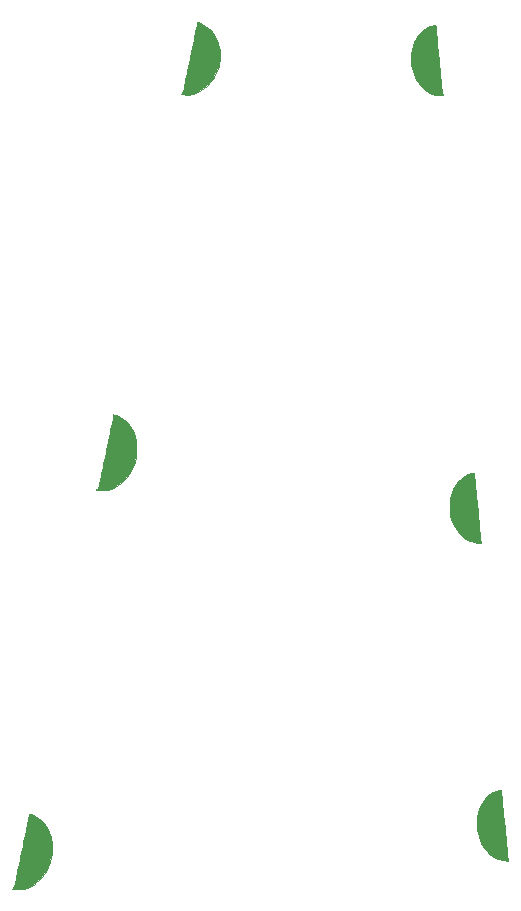
<source format=gbr>
%TF.GenerationSoftware,KiCad,Pcbnew,(5.1.10)-1*%
%TF.CreationDate,2021-12-01T23:12:09+02:00*%
%TF.ProjectId,gaisa-sargs-side-pcb-2,67616973-612d-4736-9172-67732d736964,rev?*%
%TF.SameCoordinates,Original*%
%TF.FileFunction,Soldermask,Bot*%
%TF.FilePolarity,Negative*%
%FSLAX46Y46*%
G04 Gerber Fmt 4.6, Leading zero omitted, Abs format (unit mm)*
G04 Created by KiCad (PCBNEW (5.1.10)-1) date 2021-12-01 23:12:09*
%MOMM*%
%LPD*%
G01*
G04 APERTURE LIST*
%ADD10C,0.010000*%
G04 APERTURE END LIST*
D10*
%TO.C,Ref\u002A\u002A*%
G36*
X118915689Y-123581651D02*
G01*
X118989391Y-123605183D01*
X119068401Y-123633604D01*
X119349447Y-123758347D01*
X119610012Y-123919186D01*
X119848825Y-124114496D01*
X120064620Y-124342653D01*
X120256127Y-124602030D01*
X120422077Y-124891001D01*
X120561202Y-125207943D01*
X120672233Y-125551228D01*
X120720900Y-125750833D01*
X120736637Y-125827553D01*
X120748580Y-125898910D01*
X120757239Y-125972599D01*
X120763123Y-126056311D01*
X120766741Y-126157738D01*
X120768602Y-126284573D01*
X120769216Y-126444508D01*
X120769234Y-126481083D01*
X120768962Y-126645049D01*
X120767698Y-126774799D01*
X120764833Y-126878450D01*
X120759761Y-126964116D01*
X120751874Y-127039916D01*
X120740563Y-127113963D01*
X120725221Y-127194375D01*
X120710597Y-127264250D01*
X120608945Y-127659352D01*
X120478337Y-128024910D01*
X120317452Y-128363445D01*
X120124971Y-128677479D01*
X119899574Y-128969535D01*
X119713010Y-129170789D01*
X119466783Y-129397581D01*
X119218897Y-129584689D01*
X118964860Y-129734669D01*
X118700183Y-129850074D01*
X118420376Y-129933461D01*
X118342434Y-129950656D01*
X118242737Y-129965273D01*
X118115689Y-129975405D01*
X117973900Y-129980886D01*
X117829982Y-129981552D01*
X117696543Y-129977238D01*
X117586196Y-129967779D01*
X117543732Y-129961091D01*
X117483181Y-129948727D01*
X117440775Y-129939175D01*
X117432355Y-129936868D01*
X117435601Y-129919189D01*
X117461095Y-129878672D01*
X117500166Y-129828015D01*
X117546958Y-129766271D01*
X117581746Y-129710884D01*
X117595085Y-129679932D01*
X117625797Y-129537075D01*
X117662468Y-129364717D01*
X117704522Y-129165660D01*
X117751383Y-128942704D01*
X117802476Y-128698650D01*
X117857225Y-128436298D01*
X117915054Y-128158450D01*
X117975387Y-127867906D01*
X118037649Y-127567467D01*
X118101263Y-127259932D01*
X118165654Y-126948104D01*
X118230246Y-126634783D01*
X118294463Y-126322770D01*
X118357730Y-126014864D01*
X118419470Y-125713868D01*
X118479108Y-125422581D01*
X118536068Y-125143804D01*
X118589775Y-124880338D01*
X118639652Y-124634984D01*
X118685123Y-124410543D01*
X118725614Y-124209814D01*
X118760547Y-124035600D01*
X118789348Y-123890700D01*
X118811440Y-123777915D01*
X118826248Y-123700046D01*
X118833196Y-123659893D01*
X118833666Y-123655389D01*
X118835485Y-123610547D01*
X118845351Y-123583720D01*
X118869881Y-123574292D01*
X118915689Y-123581651D01*
G37*
X118915689Y-123581651D02*
X118989391Y-123605183D01*
X119068401Y-123633604D01*
X119349447Y-123758347D01*
X119610012Y-123919186D01*
X119848825Y-124114496D01*
X120064620Y-124342653D01*
X120256127Y-124602030D01*
X120422077Y-124891001D01*
X120561202Y-125207943D01*
X120672233Y-125551228D01*
X120720900Y-125750833D01*
X120736637Y-125827553D01*
X120748580Y-125898910D01*
X120757239Y-125972599D01*
X120763123Y-126056311D01*
X120766741Y-126157738D01*
X120768602Y-126284573D01*
X120769216Y-126444508D01*
X120769234Y-126481083D01*
X120768962Y-126645049D01*
X120767698Y-126774799D01*
X120764833Y-126878450D01*
X120759761Y-126964116D01*
X120751874Y-127039916D01*
X120740563Y-127113963D01*
X120725221Y-127194375D01*
X120710597Y-127264250D01*
X120608945Y-127659352D01*
X120478337Y-128024910D01*
X120317452Y-128363445D01*
X120124971Y-128677479D01*
X119899574Y-128969535D01*
X119713010Y-129170789D01*
X119466783Y-129397581D01*
X119218897Y-129584689D01*
X118964860Y-129734669D01*
X118700183Y-129850074D01*
X118420376Y-129933461D01*
X118342434Y-129950656D01*
X118242737Y-129965273D01*
X118115689Y-129975405D01*
X117973900Y-129980886D01*
X117829982Y-129981552D01*
X117696543Y-129977238D01*
X117586196Y-129967779D01*
X117543732Y-129961091D01*
X117483181Y-129948727D01*
X117440775Y-129939175D01*
X117432355Y-129936868D01*
X117435601Y-129919189D01*
X117461095Y-129878672D01*
X117500166Y-129828015D01*
X117546958Y-129766271D01*
X117581746Y-129710884D01*
X117595085Y-129679932D01*
X117625797Y-129537075D01*
X117662468Y-129364717D01*
X117704522Y-129165660D01*
X117751383Y-128942704D01*
X117802476Y-128698650D01*
X117857225Y-128436298D01*
X117915054Y-128158450D01*
X117975387Y-127867906D01*
X118037649Y-127567467D01*
X118101263Y-127259932D01*
X118165654Y-126948104D01*
X118230246Y-126634783D01*
X118294463Y-126322770D01*
X118357730Y-126014864D01*
X118419470Y-125713868D01*
X118479108Y-125422581D01*
X118536068Y-125143804D01*
X118589775Y-124880338D01*
X118639652Y-124634984D01*
X118685123Y-124410543D01*
X118725614Y-124209814D01*
X118760547Y-124035600D01*
X118789348Y-123890700D01*
X118811440Y-123777915D01*
X118826248Y-123700046D01*
X118833196Y-123659893D01*
X118833666Y-123655389D01*
X118835485Y-123610547D01*
X118845351Y-123583720D01*
X118869881Y-123574292D01*
X118915689Y-123581651D01*
G36*
X158782978Y-121540500D02*
G01*
X158785648Y-121561894D01*
X158792085Y-121622614D01*
X158802016Y-121719846D01*
X158815168Y-121850775D01*
X158831267Y-122012588D01*
X158850040Y-122202470D01*
X158871214Y-122417608D01*
X158894516Y-122655186D01*
X158919673Y-122912392D01*
X158946411Y-123186410D01*
X158974457Y-123474427D01*
X159003538Y-123773628D01*
X159033381Y-124081200D01*
X159063712Y-124394328D01*
X159094259Y-124710198D01*
X159124748Y-125025995D01*
X159154905Y-125338907D01*
X159184458Y-125646118D01*
X159213134Y-125944815D01*
X159240659Y-126232183D01*
X159266760Y-126505408D01*
X159291164Y-126761676D01*
X159313597Y-126998173D01*
X159333787Y-127212085D01*
X159339231Y-127269998D01*
X159352232Y-127354818D01*
X159372683Y-127434270D01*
X159389233Y-127476373D01*
X159426769Y-127550000D01*
X159222676Y-127548011D01*
X159113463Y-127543994D01*
X159001235Y-127535041D01*
X158905474Y-127522839D01*
X158881000Y-127518426D01*
X158596013Y-127440031D01*
X158320587Y-127322412D01*
X158057897Y-127168194D01*
X157811115Y-126980002D01*
X157583417Y-126760461D01*
X157377976Y-126512195D01*
X157197966Y-126237829D01*
X157092520Y-126039375D01*
X156979213Y-125779198D01*
X156890463Y-125514202D01*
X156824516Y-125236517D01*
X156779615Y-124938269D01*
X156754005Y-124611586D01*
X156749667Y-124502000D01*
X156745699Y-124291972D01*
X156748911Y-124112356D01*
X156760440Y-123951665D01*
X156781422Y-123798410D01*
X156812996Y-123641104D01*
X156849434Y-123494023D01*
X156951369Y-123175972D01*
X157082770Y-122877692D01*
X157241179Y-122601881D01*
X157424134Y-122351238D01*
X157629176Y-122128462D01*
X157853844Y-121936250D01*
X158095677Y-121777302D01*
X158352217Y-121654315D01*
X158598652Y-121575361D01*
X158679146Y-121556641D01*
X158742357Y-121544108D01*
X158778399Y-121539633D01*
X158782978Y-121540500D01*
G37*
X158782978Y-121540500D02*
X158785648Y-121561894D01*
X158792085Y-121622614D01*
X158802016Y-121719846D01*
X158815168Y-121850775D01*
X158831267Y-122012588D01*
X158850040Y-122202470D01*
X158871214Y-122417608D01*
X158894516Y-122655186D01*
X158919673Y-122912392D01*
X158946411Y-123186410D01*
X158974457Y-123474427D01*
X159003538Y-123773628D01*
X159033381Y-124081200D01*
X159063712Y-124394328D01*
X159094259Y-124710198D01*
X159124748Y-125025995D01*
X159154905Y-125338907D01*
X159184458Y-125646118D01*
X159213134Y-125944815D01*
X159240659Y-126232183D01*
X159266760Y-126505408D01*
X159291164Y-126761676D01*
X159313597Y-126998173D01*
X159333787Y-127212085D01*
X159339231Y-127269998D01*
X159352232Y-127354818D01*
X159372683Y-127434270D01*
X159389233Y-127476373D01*
X159426769Y-127550000D01*
X159222676Y-127548011D01*
X159113463Y-127543994D01*
X159001235Y-127535041D01*
X158905474Y-127522839D01*
X158881000Y-127518426D01*
X158596013Y-127440031D01*
X158320587Y-127322412D01*
X158057897Y-127168194D01*
X157811115Y-126980002D01*
X157583417Y-126760461D01*
X157377976Y-126512195D01*
X157197966Y-126237829D01*
X157092520Y-126039375D01*
X156979213Y-125779198D01*
X156890463Y-125514202D01*
X156824516Y-125236517D01*
X156779615Y-124938269D01*
X156754005Y-124611586D01*
X156749667Y-124502000D01*
X156745699Y-124291972D01*
X156748911Y-124112356D01*
X156760440Y-123951665D01*
X156781422Y-123798410D01*
X156812996Y-123641104D01*
X156849434Y-123494023D01*
X156951369Y-123175972D01*
X157082770Y-122877692D01*
X157241179Y-122601881D01*
X157424134Y-122351238D01*
X157629176Y-122128462D01*
X157853844Y-121936250D01*
X158095677Y-121777302D01*
X158352217Y-121654315D01*
X158598652Y-121575361D01*
X158679146Y-121556641D01*
X158742357Y-121544108D01*
X158778399Y-121539633D01*
X158782978Y-121540500D01*
G36*
X156501726Y-94735240D02*
G01*
X156509426Y-94757552D01*
X156510349Y-94793663D01*
X156510333Y-94801711D01*
X156512380Y-94832587D01*
X156518356Y-94902992D01*
X156528011Y-95010327D01*
X156541099Y-95151992D01*
X156557370Y-95325388D01*
X156576576Y-95527919D01*
X156598468Y-95756983D01*
X156622798Y-96009984D01*
X156649318Y-96284321D01*
X156677779Y-96577397D01*
X156707932Y-96886613D01*
X156739530Y-97209370D01*
X156772324Y-97543069D01*
X156774902Y-97569252D01*
X156807815Y-97904216D01*
X156839555Y-98228780D01*
X156869874Y-98540314D01*
X156898521Y-98836189D01*
X156925247Y-99113775D01*
X156949802Y-99370443D01*
X156971937Y-99603561D01*
X156991402Y-99810500D01*
X157007947Y-99988632D01*
X157021323Y-100135324D01*
X157031280Y-100247949D01*
X157037568Y-100323876D01*
X157039938Y-100360474D01*
X157039951Y-100361416D01*
X157049224Y-100447308D01*
X157071870Y-100533726D01*
X157081263Y-100557208D01*
X157104998Y-100611704D01*
X157110960Y-100638056D01*
X157099293Y-100646474D01*
X157082529Y-100647166D01*
X157033095Y-100651064D01*
X157014772Y-100654635D01*
X156982059Y-100656217D01*
X156918536Y-100654105D01*
X156835523Y-100648768D01*
X156796083Y-100645549D01*
X156507264Y-100599547D01*
X156226646Y-100513733D01*
X155956824Y-100390254D01*
X155700390Y-100231259D01*
X155459938Y-100038896D01*
X155238059Y-99815311D01*
X155037349Y-99562654D01*
X154860398Y-99283072D01*
X154709802Y-98978713D01*
X154671176Y-98885485D01*
X154578558Y-98605399D01*
X154510497Y-98299119D01*
X154467185Y-97975072D01*
X154448815Y-97641683D01*
X154455582Y-97307379D01*
X154487678Y-96980586D01*
X154545297Y-96669730D01*
X154614717Y-96423635D01*
X154737440Y-96111675D01*
X154888476Y-95822036D01*
X155064814Y-95559742D01*
X155263442Y-95329815D01*
X155281288Y-95311893D01*
X155498629Y-95121860D01*
X155731707Y-94966383D01*
X155976138Y-94847924D01*
X156227535Y-94768939D01*
X156264028Y-94760967D01*
X156368402Y-94739591D01*
X156438172Y-94727411D01*
X156480294Y-94725577D01*
X156501726Y-94735240D01*
G37*
X156501726Y-94735240D02*
X156509426Y-94757552D01*
X156510349Y-94793663D01*
X156510333Y-94801711D01*
X156512380Y-94832587D01*
X156518356Y-94902992D01*
X156528011Y-95010327D01*
X156541099Y-95151992D01*
X156557370Y-95325388D01*
X156576576Y-95527919D01*
X156598468Y-95756983D01*
X156622798Y-96009984D01*
X156649318Y-96284321D01*
X156677779Y-96577397D01*
X156707932Y-96886613D01*
X156739530Y-97209370D01*
X156772324Y-97543069D01*
X156774902Y-97569252D01*
X156807815Y-97904216D01*
X156839555Y-98228780D01*
X156869874Y-98540314D01*
X156898521Y-98836189D01*
X156925247Y-99113775D01*
X156949802Y-99370443D01*
X156971937Y-99603561D01*
X156991402Y-99810500D01*
X157007947Y-99988632D01*
X157021323Y-100135324D01*
X157031280Y-100247949D01*
X157037568Y-100323876D01*
X157039938Y-100360474D01*
X157039951Y-100361416D01*
X157049224Y-100447308D01*
X157071870Y-100533726D01*
X157081263Y-100557208D01*
X157104998Y-100611704D01*
X157110960Y-100638056D01*
X157099293Y-100646474D01*
X157082529Y-100647166D01*
X157033095Y-100651064D01*
X157014772Y-100654635D01*
X156982059Y-100656217D01*
X156918536Y-100654105D01*
X156835523Y-100648768D01*
X156796083Y-100645549D01*
X156507264Y-100599547D01*
X156226646Y-100513733D01*
X155956824Y-100390254D01*
X155700390Y-100231259D01*
X155459938Y-100038896D01*
X155238059Y-99815311D01*
X155037349Y-99562654D01*
X154860398Y-99283072D01*
X154709802Y-98978713D01*
X154671176Y-98885485D01*
X154578558Y-98605399D01*
X154510497Y-98299119D01*
X154467185Y-97975072D01*
X154448815Y-97641683D01*
X154455582Y-97307379D01*
X154487678Y-96980586D01*
X154545297Y-96669730D01*
X154614717Y-96423635D01*
X154737440Y-96111675D01*
X154888476Y-95822036D01*
X155064814Y-95559742D01*
X155263442Y-95329815D01*
X155281288Y-95311893D01*
X155498629Y-95121860D01*
X155731707Y-94966383D01*
X155976138Y-94847924D01*
X156227535Y-94768939D01*
X156264028Y-94760967D01*
X156368402Y-94739591D01*
X156438172Y-94727411D01*
X156480294Y-94725577D01*
X156501726Y-94735240D01*
G36*
X126046208Y-89798286D02*
G01*
X126104091Y-89812017D01*
X126186154Y-89835526D01*
X126276740Y-89864270D01*
X126296946Y-89871079D01*
X126557003Y-89981866D01*
X126799929Y-90129840D01*
X127024073Y-90312788D01*
X127227782Y-90528495D01*
X127409404Y-90774746D01*
X127567287Y-91049329D01*
X127699780Y-91350027D01*
X127805230Y-91674628D01*
X127876065Y-91987658D01*
X127899824Y-92158820D01*
X127915492Y-92359486D01*
X127923072Y-92577608D01*
X127922566Y-92801138D01*
X127913974Y-93018027D01*
X127897297Y-93216226D01*
X127875897Y-93365833D01*
X127783207Y-93771384D01*
X127657407Y-94150642D01*
X127498385Y-94503828D01*
X127306032Y-94831163D01*
X127080238Y-95132868D01*
X126898164Y-95333063D01*
X126639721Y-95569018D01*
X126364962Y-95769109D01*
X126076596Y-95931810D01*
X125777333Y-96055592D01*
X125469880Y-96138926D01*
X125469416Y-96139020D01*
X125370006Y-96156342D01*
X125258265Y-96171540D01*
X125144551Y-96183686D01*
X125039218Y-96191853D01*
X124952625Y-96195117D01*
X124895127Y-96192549D01*
X124887333Y-96191091D01*
X124852666Y-96186130D01*
X124787617Y-96179487D01*
X124704042Y-96172326D01*
X124670375Y-96169747D01*
X124587820Y-96162109D01*
X124524215Y-96153322D01*
X124489116Y-96144839D01*
X124485166Y-96141579D01*
X124502009Y-96123440D01*
X124544061Y-96095767D01*
X124560761Y-96086416D01*
X124643595Y-96025679D01*
X124700482Y-95943072D01*
X124736750Y-95830346D01*
X124741419Y-95806662D01*
X124748470Y-95771368D01*
X124763787Y-95697172D01*
X124786841Y-95586581D01*
X124817103Y-95442102D01*
X124854044Y-95266245D01*
X124897136Y-95061515D01*
X124945850Y-94830420D01*
X124999657Y-94575469D01*
X125058028Y-94299168D01*
X125120435Y-94004025D01*
X125186348Y-93692548D01*
X125255240Y-93367244D01*
X125326581Y-93030621D01*
X125365370Y-92847696D01*
X125448811Y-92453436D01*
X125527314Y-92080826D01*
X125600535Y-91731557D01*
X125668128Y-91407320D01*
X125729748Y-91109808D01*
X125785051Y-90840712D01*
X125833692Y-90601723D01*
X125875326Y-90394532D01*
X125909607Y-90220832D01*
X125936192Y-90082313D01*
X125954735Y-89980668D01*
X125964891Y-89917587D01*
X125966833Y-89897882D01*
X125966833Y-89783955D01*
X126046208Y-89798286D01*
G37*
X126046208Y-89798286D02*
X126104091Y-89812017D01*
X126186154Y-89835526D01*
X126276740Y-89864270D01*
X126296946Y-89871079D01*
X126557003Y-89981866D01*
X126799929Y-90129840D01*
X127024073Y-90312788D01*
X127227782Y-90528495D01*
X127409404Y-90774746D01*
X127567287Y-91049329D01*
X127699780Y-91350027D01*
X127805230Y-91674628D01*
X127876065Y-91987658D01*
X127899824Y-92158820D01*
X127915492Y-92359486D01*
X127923072Y-92577608D01*
X127922566Y-92801138D01*
X127913974Y-93018027D01*
X127897297Y-93216226D01*
X127875897Y-93365833D01*
X127783207Y-93771384D01*
X127657407Y-94150642D01*
X127498385Y-94503828D01*
X127306032Y-94831163D01*
X127080238Y-95132868D01*
X126898164Y-95333063D01*
X126639721Y-95569018D01*
X126364962Y-95769109D01*
X126076596Y-95931810D01*
X125777333Y-96055592D01*
X125469880Y-96138926D01*
X125469416Y-96139020D01*
X125370006Y-96156342D01*
X125258265Y-96171540D01*
X125144551Y-96183686D01*
X125039218Y-96191853D01*
X124952625Y-96195117D01*
X124895127Y-96192549D01*
X124887333Y-96191091D01*
X124852666Y-96186130D01*
X124787617Y-96179487D01*
X124704042Y-96172326D01*
X124670375Y-96169747D01*
X124587820Y-96162109D01*
X124524215Y-96153322D01*
X124489116Y-96144839D01*
X124485166Y-96141579D01*
X124502009Y-96123440D01*
X124544061Y-96095767D01*
X124560761Y-96086416D01*
X124643595Y-96025679D01*
X124700482Y-95943072D01*
X124736750Y-95830346D01*
X124741419Y-95806662D01*
X124748470Y-95771368D01*
X124763787Y-95697172D01*
X124786841Y-95586581D01*
X124817103Y-95442102D01*
X124854044Y-95266245D01*
X124897136Y-95061515D01*
X124945850Y-94830420D01*
X124999657Y-94575469D01*
X125058028Y-94299168D01*
X125120435Y-94004025D01*
X125186348Y-93692548D01*
X125255240Y-93367244D01*
X125326581Y-93030621D01*
X125365370Y-92847696D01*
X125448811Y-92453436D01*
X125527314Y-92080826D01*
X125600535Y-91731557D01*
X125668128Y-91407320D01*
X125729748Y-91109808D01*
X125785051Y-90840712D01*
X125833692Y-90601723D01*
X125875326Y-90394532D01*
X125909607Y-90220832D01*
X125936192Y-90082313D01*
X125954735Y-89980668D01*
X125964891Y-89917587D01*
X125966833Y-89897882D01*
X125966833Y-89783955D01*
X126046208Y-89798286D01*
G36*
X153226242Y-56814081D02*
G01*
X153245946Y-56831698D01*
X153250184Y-56876410D01*
X153250149Y-56890375D01*
X153252073Y-56920839D01*
X153257816Y-56990900D01*
X153267143Y-57098013D01*
X153279817Y-57239635D01*
X153295602Y-57413223D01*
X153314262Y-57616234D01*
X153335562Y-57846125D01*
X153359266Y-58100352D01*
X153385137Y-58376373D01*
X153412940Y-58671644D01*
X153442439Y-58983622D01*
X153473399Y-59309764D01*
X153505582Y-59647526D01*
X153516684Y-59763750D01*
X153557692Y-60191668D01*
X153595044Y-60578995D01*
X153628906Y-60927298D01*
X153659443Y-61238146D01*
X153686819Y-61513107D01*
X153711199Y-61753750D01*
X153732749Y-61961644D01*
X153751633Y-62138355D01*
X153768016Y-62285454D01*
X153782063Y-62404509D01*
X153793939Y-62497088D01*
X153803809Y-62564759D01*
X153811838Y-62609091D01*
X153818191Y-62631653D01*
X153818274Y-62631833D01*
X153842500Y-62683691D01*
X153858687Y-62718148D01*
X153860420Y-62721791D01*
X153844872Y-62729102D01*
X153795436Y-62733716D01*
X153720460Y-62735817D01*
X153628291Y-62735589D01*
X153527276Y-62733213D01*
X153425763Y-62728874D01*
X153332100Y-62722755D01*
X153254633Y-62715038D01*
X153208333Y-62707488D01*
X152922620Y-62622656D01*
X152649547Y-62498870D01*
X152391943Y-62338354D01*
X152152634Y-62143335D01*
X151934450Y-61916038D01*
X151740219Y-61658688D01*
X151615735Y-61454131D01*
X151492566Y-61210175D01*
X151392929Y-60963463D01*
X151314496Y-60705678D01*
X151254936Y-60428502D01*
X151211920Y-60123617D01*
X151195556Y-59954250D01*
X151182858Y-59594671D01*
X151204408Y-59241548D01*
X151258816Y-58898331D01*
X151344696Y-58568470D01*
X151460658Y-58255415D01*
X151605315Y-57962617D01*
X151777279Y-57693527D01*
X151975161Y-57451595D01*
X152197574Y-57240271D01*
X152327711Y-57139868D01*
X152462033Y-57054629D01*
X152613229Y-56976365D01*
X152771196Y-56908974D01*
X152925830Y-56856355D01*
X153067028Y-56822406D01*
X153179969Y-56811000D01*
X153226242Y-56814081D01*
G37*
X153226242Y-56814081D02*
X153245946Y-56831698D01*
X153250184Y-56876410D01*
X153250149Y-56890375D01*
X153252073Y-56920839D01*
X153257816Y-56990900D01*
X153267143Y-57098013D01*
X153279817Y-57239635D01*
X153295602Y-57413223D01*
X153314262Y-57616234D01*
X153335562Y-57846125D01*
X153359266Y-58100352D01*
X153385137Y-58376373D01*
X153412940Y-58671644D01*
X153442439Y-58983622D01*
X153473399Y-59309764D01*
X153505582Y-59647526D01*
X153516684Y-59763750D01*
X153557692Y-60191668D01*
X153595044Y-60578995D01*
X153628906Y-60927298D01*
X153659443Y-61238146D01*
X153686819Y-61513107D01*
X153711199Y-61753750D01*
X153732749Y-61961644D01*
X153751633Y-62138355D01*
X153768016Y-62285454D01*
X153782063Y-62404509D01*
X153793939Y-62497088D01*
X153803809Y-62564759D01*
X153811838Y-62609091D01*
X153818191Y-62631653D01*
X153818274Y-62631833D01*
X153842500Y-62683691D01*
X153858687Y-62718148D01*
X153860420Y-62721791D01*
X153844872Y-62729102D01*
X153795436Y-62733716D01*
X153720460Y-62735817D01*
X153628291Y-62735589D01*
X153527276Y-62733213D01*
X153425763Y-62728874D01*
X153332100Y-62722755D01*
X153254633Y-62715038D01*
X153208333Y-62707488D01*
X152922620Y-62622656D01*
X152649547Y-62498870D01*
X152391943Y-62338354D01*
X152152634Y-62143335D01*
X151934450Y-61916038D01*
X151740219Y-61658688D01*
X151615735Y-61454131D01*
X151492566Y-61210175D01*
X151392929Y-60963463D01*
X151314496Y-60705678D01*
X151254936Y-60428502D01*
X151211920Y-60123617D01*
X151195556Y-59954250D01*
X151182858Y-59594671D01*
X151204408Y-59241548D01*
X151258816Y-58898331D01*
X151344696Y-58568470D01*
X151460658Y-58255415D01*
X151605315Y-57962617D01*
X151777279Y-57693527D01*
X151975161Y-57451595D01*
X152197574Y-57240271D01*
X152327711Y-57139868D01*
X152462033Y-57054629D01*
X152613229Y-56976365D01*
X152771196Y-56908974D01*
X152925830Y-56856355D01*
X153067028Y-56822406D01*
X153179969Y-56811000D01*
X153226242Y-56814081D01*
G36*
X133066939Y-56544394D02*
G01*
X133119675Y-56557915D01*
X133192417Y-56580173D01*
X133218851Y-56588894D01*
X133506704Y-56707354D01*
X133773917Y-56861485D01*
X134018927Y-57049164D01*
X134240168Y-57268268D01*
X134436076Y-57516675D01*
X134605087Y-57792262D01*
X134745635Y-58092908D01*
X134856156Y-58416490D01*
X134935085Y-58760886D01*
X134964216Y-58956374D01*
X134975126Y-59090482D01*
X134979949Y-59253354D01*
X134979056Y-59432498D01*
X134972813Y-59615425D01*
X134961590Y-59789643D01*
X134945755Y-59942661D01*
X134932607Y-60027875D01*
X134881658Y-60244730D01*
X134806997Y-60481501D01*
X134713326Y-60726725D01*
X134605345Y-60968936D01*
X134487756Y-61196670D01*
X134379395Y-61377020D01*
X134166901Y-61671666D01*
X133936149Y-61932478D01*
X133689004Y-62157903D01*
X133427335Y-62346386D01*
X133153009Y-62496374D01*
X132923659Y-62588291D01*
X132745827Y-62638545D01*
X132553144Y-62676133D01*
X132361317Y-62698783D01*
X132186054Y-62704224D01*
X132136916Y-62702020D01*
X132051294Y-62694506D01*
X131958424Y-62683569D01*
X131867778Y-62670698D01*
X131788830Y-62657383D01*
X131731052Y-62645114D01*
X131703918Y-62635379D01*
X131703000Y-62633793D01*
X131716949Y-62611621D01*
X131752426Y-62571895D01*
X131776684Y-62547553D01*
X131826046Y-62490149D01*
X131862801Y-62430494D01*
X131870614Y-62411109D01*
X131877281Y-62382734D01*
X131891920Y-62315379D01*
X131914016Y-62211533D01*
X131943049Y-62073690D01*
X131978502Y-61904340D01*
X132019859Y-61705975D01*
X132066600Y-61481087D01*
X132118208Y-61232167D01*
X132174167Y-60961708D01*
X132233957Y-60672200D01*
X132297062Y-60366136D01*
X132362963Y-60046007D01*
X132431144Y-59714305D01*
X132453590Y-59605000D01*
X132543423Y-59168162D01*
X132625266Y-58771768D01*
X132699353Y-58414732D01*
X132765917Y-58095971D01*
X132825192Y-57814400D01*
X132877411Y-57568935D01*
X132922808Y-57358493D01*
X132961615Y-57181988D01*
X132994067Y-57038338D01*
X133020397Y-56926457D01*
X133040839Y-56845261D01*
X133055625Y-56793667D01*
X133063413Y-56773218D01*
X133090847Y-56717039D01*
X133099166Y-56680810D01*
X133089411Y-56647252D01*
X133072842Y-56616893D01*
X133050285Y-56571451D01*
X133043289Y-56544149D01*
X133044173Y-56542271D01*
X133066939Y-56544394D01*
G37*
X133066939Y-56544394D02*
X133119675Y-56557915D01*
X133192417Y-56580173D01*
X133218851Y-56588894D01*
X133506704Y-56707354D01*
X133773917Y-56861485D01*
X134018927Y-57049164D01*
X134240168Y-57268268D01*
X134436076Y-57516675D01*
X134605087Y-57792262D01*
X134745635Y-58092908D01*
X134856156Y-58416490D01*
X134935085Y-58760886D01*
X134964216Y-58956374D01*
X134975126Y-59090482D01*
X134979949Y-59253354D01*
X134979056Y-59432498D01*
X134972813Y-59615425D01*
X134961590Y-59789643D01*
X134945755Y-59942661D01*
X134932607Y-60027875D01*
X134881658Y-60244730D01*
X134806997Y-60481501D01*
X134713326Y-60726725D01*
X134605345Y-60968936D01*
X134487756Y-61196670D01*
X134379395Y-61377020D01*
X134166901Y-61671666D01*
X133936149Y-61932478D01*
X133689004Y-62157903D01*
X133427335Y-62346386D01*
X133153009Y-62496374D01*
X132923659Y-62588291D01*
X132745827Y-62638545D01*
X132553144Y-62676133D01*
X132361317Y-62698783D01*
X132186054Y-62704224D01*
X132136916Y-62702020D01*
X132051294Y-62694506D01*
X131958424Y-62683569D01*
X131867778Y-62670698D01*
X131788830Y-62657383D01*
X131731052Y-62645114D01*
X131703918Y-62635379D01*
X131703000Y-62633793D01*
X131716949Y-62611621D01*
X131752426Y-62571895D01*
X131776684Y-62547553D01*
X131826046Y-62490149D01*
X131862801Y-62430494D01*
X131870614Y-62411109D01*
X131877281Y-62382734D01*
X131891920Y-62315379D01*
X131914016Y-62211533D01*
X131943049Y-62073690D01*
X131978502Y-61904340D01*
X132019859Y-61705975D01*
X132066600Y-61481087D01*
X132118208Y-61232167D01*
X132174167Y-60961708D01*
X132233957Y-60672200D01*
X132297062Y-60366136D01*
X132362963Y-60046007D01*
X132431144Y-59714305D01*
X132453590Y-59605000D01*
X132543423Y-59168162D01*
X132625266Y-58771768D01*
X132699353Y-58414732D01*
X132765917Y-58095971D01*
X132825192Y-57814400D01*
X132877411Y-57568935D01*
X132922808Y-57358493D01*
X132961615Y-57181988D01*
X132994067Y-57038338D01*
X133020397Y-56926457D01*
X133040839Y-56845261D01*
X133055625Y-56793667D01*
X133063413Y-56773218D01*
X133090847Y-56717039D01*
X133099166Y-56680810D01*
X133089411Y-56647252D01*
X133072842Y-56616893D01*
X133050285Y-56571451D01*
X133043289Y-56544149D01*
X133044173Y-56542271D01*
X133066939Y-56544394D01*
%TD*%
M02*

</source>
